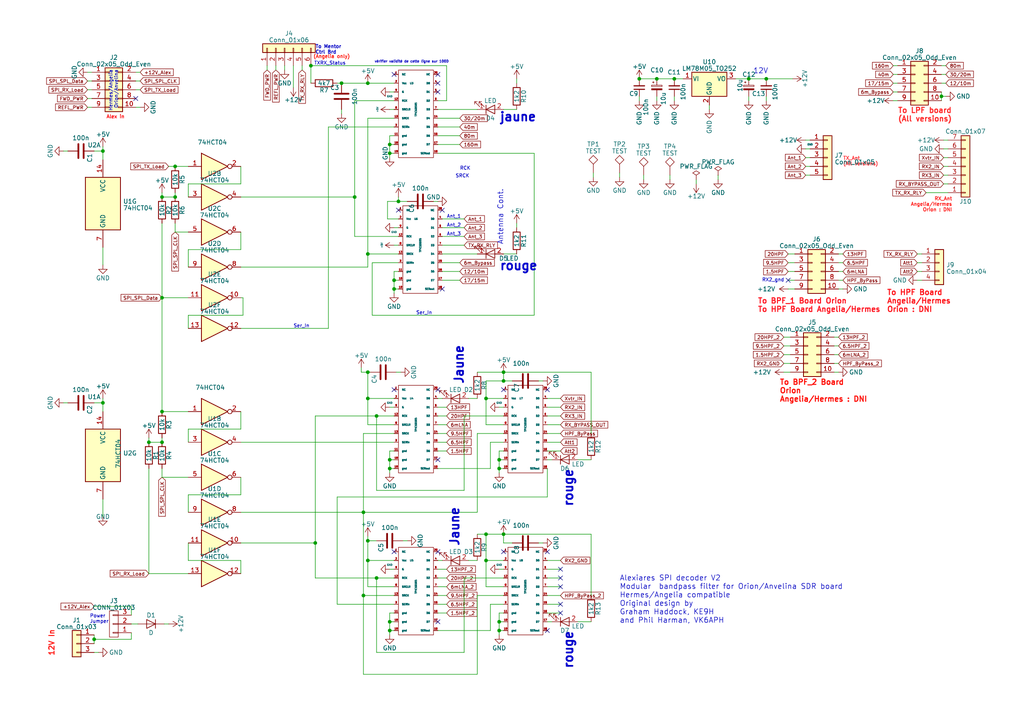
<source format=kicad_sch>
(kicad_sch (version 20230121) (generator eeschema)
  (paper "A4")
  (junction (at 109.22 167.64))
  (junction (at 115.57 58.42))
  (junction (at 106.68 107.95))
  (junction (at 106.68 156.845))
  (junction (at 106.68 24.13))
  (junction (at 29.845 116.84))
  (junction (at 140.97 162.56))
  (junction (at 46.99 128.27))
  (junction (at 91.44 157.48))
  (junction (at 105.41 148.59))
  (junction (at 144.78 180.34))
  (junction (at 27.305 185.42))
  (junction (at 113.03 135.89))
  (junction (at 106.68 73.66))
  (junction (at 185.42 22.86))
  (junction (at 146.05 110.49))
  (junction (at 105.41 172.72))
  (junction (at 114.3 83.82))
  (junction (at 99.06 24.13))
  (junction (at 140.97 154.94))
  (junction (at 46.99 119.38))
  (junction (at 46.99 86.36))
  (junction (at 113.03 44.45))
  (junction (at 109.22 120.65))
  (junction (at 146.05 107.95))
  (junction (at 217.17 22.86))
  (junction (at 140.97 115.57))
  (junction (at 106.68 115.57))
  (junction (at 113.03 182.88))
  (junction (at 114.3 81.28))
  (junction (at 113.03 133.35))
  (junction (at 106.68 162.56))
  (junction (at 190.5 22.86))
  (junction (at 113.03 41.91))
  (junction (at 144.78 182.88))
  (junction (at 113.03 180.34))
  (junction (at 102.87 57.15))
  (junction (at 273.05 27.94))
  (junction (at 222.25 22.86))
  (junction (at 50.8 48.26))
  (junction (at 195.58 22.86))
  (junction (at 144.78 135.89))
  (junction (at 50.8 57.15))
  (junction (at 46.99 57.15))
  (junction (at 29.845 43.815))
  (junction (at 146.05 154.94))
  (junction (at 144.78 133.35))
  (junction (at 90.17 19.05))
  (junction (at 43.18 128.27))
  (no_connect (at 158.75 160.02))
  (no_connect (at 162.56 167.64))
  (no_connect (at 162.56 177.8))
  (no_connect (at 127 133.35))
  (no_connect (at 128.27 83.82))
  (no_connect (at 228.6 81.28))
  (no_connect (at 158.75 182.88))
  (no_connect (at 162.56 165.1))
  (no_connect (at 114.3 21.59))
  (no_connect (at 146.05 113.03))
  (no_connect (at 127 24.13))
  (no_connect (at 162.56 170.18))
  (no_connect (at 115.57 60.96))
  (no_connect (at 162.56 175.26))
  (no_connect (at 127 160.02))
  (no_connect (at 127 21.59))
  (no_connect (at 128.27 60.96))
  (no_connect (at 114.3 160.02))
  (no_connect (at 39.37 28.575))
  (no_connect (at 127 26.67))
  (no_connect (at 114.3 113.03))
  (no_connect (at 127 180.34))
  (no_connect (at 146.05 160.02))
  (no_connect (at 158.75 113.03))
  (no_connect (at 127 113.03))
  (wire (pts (xy 162.56 118.11) (xy 158.75 118.11)))
  (wire (pts (xy 140.97 110.49) (xy 140.97 115.57)))
  (wire (pts (xy 114.935 107.95) (xy 116.205 107.95)))
  (wire (pts (xy 54.61 72.39) (xy 54.61 77.47)))
  (wire (pts (xy 106.68 107.95) (xy 104.775 107.95)))
  (wire (pts (xy 46.99 119.38) (xy 54.61 119.38)))
  (wire (pts (xy 19.685 43.815) (xy 18.415 43.815)))
  (wire (pts (xy 39.37 23.495) (xy 40.64 23.495)))
  (wire (pts (xy 158.75 144.145) (xy 97.79 144.145)))
  (wire (pts (xy 69.85 67.31) (xy 69.85 72.39)))
  (wire (pts (xy 69.85 77.47) (xy 106.68 77.47)))
  (wire (pts (xy 127 182.88) (xy 142.24 182.88)))
  (wire (pts (xy 69.85 95.25) (xy 95.25 95.25)))
  (wire (pts (xy 29.845 42.545) (xy 29.845 43.815)))
  (wire (pts (xy 97.79 144.145) (xy 97.79 175.26)))
  (wire (pts (xy 27.305 185.42) (xy 27.305 186.69)))
  (wire (pts (xy 127 29.21) (xy 129.54 29.21)))
  (wire (pts (xy 97.79 24.13) (xy 99.06 24.13)))
  (wire (pts (xy 274.955 53.34) (xy 273.685 53.34)))
  (wire (pts (xy 54.61 91.44) (xy 54.61 95.25)))
  (wire (pts (xy 69.85 138.43) (xy 69.85 143.51)))
  (wire (pts (xy 85.09 19.05) (xy 85.09 25.4)))
  (wire (pts (xy 114.3 165.1) (xy 113.03 165.1)))
  (wire (pts (xy 273.05 21.59) (xy 274.32 21.59)))
  (wire (pts (xy 38.1 185.42) (xy 38.1 183.515)))
  (wire (pts (xy 160.02 133.35) (xy 158.75 133.35)))
  (wire (pts (xy 114.3 118.11) (xy 113.03 118.11)))
  (wire (pts (xy 133.35 36.83) (xy 127 36.83)))
  (wire (pts (xy 266.065 81.28) (xy 267.335 81.28)))
  (wire (pts (xy 113.03 135.89) (xy 113.03 137.16)))
  (wire (pts (xy 29.845 43.815) (xy 29.845 46.355)))
  (wire (pts (xy 102.87 29.21) (xy 102.87 57.15)))
  (wire (pts (xy 106.68 34.29) (xy 106.68 73.66)))
  (wire (pts (xy 140.97 115.57) (xy 146.05 115.57)))
  (wire (pts (xy 109.22 120.65) (xy 114.3 120.65)))
  (wire (pts (xy 134.62 142.24) (xy 109.22 142.24)))
  (wire (pts (xy 90.17 24.13) (xy 90.17 19.05)))
  (wire (pts (xy 107.95 76.2) (xy 115.57 76.2)))
  (wire (pts (xy 113.03 130.81) (xy 113.03 133.35)))
  (wire (pts (xy 95.25 36.83) (xy 114.3 36.83)))
  (wire (pts (xy 158.75 170.18) (xy 162.56 170.18)))
  (wire (pts (xy 114.3 81.28) (xy 114.3 83.82)))
  (wire (pts (xy 227.33 102.87) (xy 229.235 102.87)))
  (wire (pts (xy 54.61 124.46) (xy 54.61 128.27)))
  (wire (pts (xy 54.61 67.31) (xy 50.8 67.31)))
  (wire (pts (xy 27.305 184.15) (xy 27.305 185.42)))
  (wire (pts (xy 162.56 125.73) (xy 158.75 125.73)))
  (wire (pts (xy 69.85 157.48) (xy 91.44 157.48)))
  (wire (pts (xy 129.54 172.72) (xy 127 172.72)))
  (wire (pts (xy 158.75 128.27) (xy 162.56 128.27)))
  (wire (pts (xy 273.685 48.26) (xy 274.955 48.26)))
  (wire (pts (xy 104.775 106.68) (xy 104.775 107.95)))
  (wire (pts (xy 128.27 68.58) (xy 134.62 68.58)))
  (wire (pts (xy 69.85 143.51) (xy 54.61 143.51)))
  (wire (pts (xy 140.97 162.56) (xy 146.05 162.56)))
  (wire (pts (xy 133.35 39.37) (xy 127 39.37)))
  (wire (pts (xy 259.08 26.67) (xy 260.35 26.67)))
  (wire (pts (xy 129.54 19.05) (xy 90.17 19.05)))
  (wire (pts (xy 195.58 22.86) (xy 190.5 22.86)))
  (wire (pts (xy 146.05 170.18) (xy 140.97 170.18)))
  (wire (pts (xy 46.99 86.36) (xy 46.99 119.38)))
  (wire (pts (xy 146.05 123.19) (xy 140.97 123.19)))
  (wire (pts (xy 201.93 52.07) (xy 201.93 53.34)))
  (wire (pts (xy 91.44 167.64) (xy 109.22 167.64)))
  (wire (pts (xy 133.35 34.29) (xy 127 34.29)))
  (wire (pts (xy 82.55 20.32) (xy 82.55 19.05)))
  (wire (pts (xy 149.86 64.77) (xy 149.86 66.04)))
  (wire (pts (xy 27.305 185.42) (xy 38.1 185.42)))
  (wire (pts (xy 70.485 86.36) (xy 70.485 91.44)))
  (wire (pts (xy 144.78 165.1) (xy 146.05 165.1)))
  (wire (pts (xy 233.68 50.8) (xy 234.95 50.8)))
  (wire (pts (xy 146.05 31.75) (xy 149.86 31.75)))
  (wire (pts (xy 69.85 48.26) (xy 69.85 53.34)))
  (wire (pts (xy 38.1 175.895) (xy 38.1 178.435)))
  (wire (pts (xy 25.4 31.115) (xy 26.67 31.115)))
  (wire (pts (xy 109.22 189.23) (xy 109.22 167.64)))
  (wire (pts (xy 227.33 97.79) (xy 229.235 97.79)))
  (wire (pts (xy 144.78 182.88) (xy 144.78 184.15)))
  (wire (pts (xy 217.17 22.86) (xy 213.36 22.86)))
  (wire (pts (xy 113.03 182.88) (xy 113.03 184.15)))
  (wire (pts (xy 46.99 138.43) (xy 54.61 138.43)))
  (wire (pts (xy 146.05 154.94) (xy 171.45 154.94)))
  (wire (pts (xy 25.4 23.495) (xy 26.67 23.495)))
  (wire (pts (xy 144.78 180.34) (xy 144.78 182.88)))
  (wire (pts (xy 134.62 120.65) (xy 134.62 142.24)))
  (wire (pts (xy 140.97 170.18) (xy 140.97 162.56)))
  (wire (pts (xy 158.75 130.81) (xy 162.56 130.81)))
  (wire (pts (xy 208.28 50.8) (xy 208.28 52.07)))
  (wire (pts (xy 190.5 29.21) (xy 190.5 27.94)))
  (wire (pts (xy 129.54 118.11) (xy 127 118.11)))
  (wire (pts (xy 109.22 156.845) (xy 106.68 156.845)))
  (wire (pts (xy 69.85 57.15) (xy 102.87 57.15)))
  (wire (pts (xy 146.05 177.8) (xy 144.78 177.8)))
  (wire (pts (xy 273.685 50.8) (xy 274.955 50.8)))
  (wire (pts (xy 128.27 71.12) (xy 134.62 71.12)))
  (wire (pts (xy 146.05 172.72) (xy 138.43 172.72)))
  (wire (pts (xy 128.27 162.56) (xy 127 162.56)))
  (wire (pts (xy 156.21 110.49) (xy 157.48 110.49)))
  (wire (pts (xy 129.54 128.27) (xy 127 128.27)))
  (wire (pts (xy 243.205 73.66) (xy 244.475 73.66)))
  (wire (pts (xy 69.85 86.36) (xy 70.485 86.36)))
  (wire (pts (xy 259.08 21.59) (xy 260.35 21.59)))
  (wire (pts (xy 266.065 73.66) (xy 267.335 73.66)))
  (wire (pts (xy 233.68 45.72) (xy 234.95 45.72)))
  (wire (pts (xy 133.35 81.28) (xy 128.27 81.28)))
  (wire (pts (xy 69.85 128.27) (xy 114.3 128.27)))
  (wire (pts (xy 106.68 24.13) (xy 114.3 24.13)))
  (wire (pts (xy 158.75 123.19) (xy 162.56 123.19)))
  (wire (pts (xy 274.955 55.88) (xy 268.605 55.88)))
  (wire (pts (xy 185.42 29.21) (xy 185.42 27.94)))
  (wire (pts (xy 228.6 76.2) (xy 230.505 76.2)))
  (wire (pts (xy 127 44.45) (xy 154.94 44.45)))
  (wire (pts (xy 133.35 78.74) (xy 128.27 78.74)))
  (wire (pts (xy 115.57 78.74) (xy 114.3 78.74)))
  (wire (pts (xy 99.06 24.13) (xy 106.68 24.13)))
  (wire (pts (xy 106.68 107.95) (xy 106.68 115.57)))
  (wire (pts (xy 43.18 135.89) (xy 43.18 166.37)))
  (wire (pts (xy 106.68 155.575) (xy 106.68 156.845)))
  (wire (pts (xy 69.85 162.56) (xy 54.61 162.56)))
  (wire (pts (xy 138.43 154.94) (xy 140.97 154.94)))
  (wire (pts (xy 114.3 162.56) (xy 106.68 162.56)))
  (wire (pts (xy 186.69 50.8) (xy 186.69 52.07)))
  (wire (pts (xy 146.05 110.49) (xy 140.97 110.49)))
  (wire (pts (xy 70.485 91.44) (xy 54.61 91.44)))
  (wire (pts (xy 146.05 107.95) (xy 146.05 110.49)))
  (wire (pts (xy 146.05 154.94) (xy 146.05 157.48)))
  (wire (pts (xy 167.64 180.34) (xy 171.45 180.34)))
  (wire (pts (xy 114.3 180.34) (xy 113.03 180.34)))
  (wire (pts (xy 27.305 189.23) (xy 28.575 189.23)))
  (wire (pts (xy 29.845 116.84) (xy 29.845 119.38)))
  (wire (pts (xy 25.4 26.035) (xy 26.67 26.035)))
  (wire (pts (xy 106.68 34.29) (xy 114.3 34.29)))
  (wire (pts (xy 156.21 157.48) (xy 157.48 157.48)))
  (wire (pts (xy 195.58 29.21) (xy 195.58 27.94)))
  (wire (pts (xy 43.18 166.37) (xy 54.61 166.37)))
  (wire (pts (xy 46.99 86.36) (xy 54.61 86.36)))
  (wire (pts (xy 273.05 27.94) (xy 274.32 27.94)))
  (wire (pts (xy 243.205 81.28) (xy 244.475 81.28)))
  (wire (pts (xy 46.99 57.15) (xy 46.99 55.88)))
  (wire (pts (xy 39.37 26.035) (xy 40.64 26.035)))
  (wire (pts (xy 222.25 29.21) (xy 222.25 27.94)))
  (wire (pts (xy 241.935 105.41) (xy 243.205 105.41)))
  (wire (pts (xy 273.685 40.64) (xy 274.955 40.64)))
  (wire (pts (xy 114.3 39.37) (xy 113.03 39.37)))
  (wire (pts (xy 190.5 22.86) (xy 185.42 22.86)))
  (wire (pts (xy 146.05 125.73) (xy 138.43 125.73)))
  (wire (pts (xy 158.75 135.89) (xy 158.75 144.145)))
  (wire (pts (xy 162.56 162.56) (xy 158.75 162.56)))
  (wire (pts (xy 134.62 167.64) (xy 134.62 189.23)))
  (wire (pts (xy 146.05 180.34) (xy 144.78 180.34)))
  (wire (pts (xy 228.6 78.74) (xy 230.505 78.74)))
  (wire (pts (xy 69.85 148.59) (xy 105.41 148.59)))
  (wire (pts (xy 97.79 175.26) (xy 114.3 175.26)))
  (wire (pts (xy 133.35 41.91) (xy 127 41.91)))
  (wire (pts (xy 129.54 170.18) (xy 127 170.18)))
  (wire (pts (xy 259.08 29.21) (xy 260.35 29.21)))
  (wire (pts (xy 105.41 172.72) (xy 105.41 195.58)))
  (wire (pts (xy 113.03 44.45) (xy 113.03 45.72)))
  (wire (pts (xy 198.12 22.86) (xy 195.58 22.86)))
  (wire (pts (xy 241.935 107.95) (xy 243.205 107.95)))
  (wire (pts (xy 43.18 128.27) (xy 43.18 127)))
  (wire (pts (xy 266.065 78.74) (xy 267.335 78.74)))
  (wire (pts (xy 91.44 120.65) (xy 91.44 157.48)))
  (wire (pts (xy 25.4 20.955) (xy 26.67 20.955)))
  (wire (pts (xy 129.54 177.8) (xy 127 177.8)))
  (wire (pts (xy 48.895 48.26) (xy 50.8 48.26)))
  (wire (pts (xy 115.57 83.82) (xy 114.3 83.82)))
  (wire (pts (xy 38.1 180.975) (xy 40.005 180.975)))
  (wire (pts (xy 129.54 130.81) (xy 127 130.81)))
  (wire (pts (xy 146.05 182.88) (xy 144.78 182.88)))
  (wire (pts (xy 114.3 29.21) (xy 102.87 29.21)))
  (wire (pts (xy 162.56 167.64) (xy 158.75 167.64)))
  (wire (pts (xy 172.085 50.165) (xy 172.085 51.435)))
  (wire (pts (xy 87.63 19.05) (xy 87.63 20.32)))
  (wire (pts (xy 142.24 128.27) (xy 142.24 135.89)))
  (wire (pts (xy 50.8 67.31) (xy 50.8 64.77)))
  (wire (pts (xy 222.25 22.86) (xy 217.17 22.86)))
  (wire (pts (xy 118.11 58.42) (xy 115.57 58.42)))
  (wire (pts (xy 112.395 63.5) (xy 112.395 58.42)))
  (wire (pts (xy 146.05 135.89) (xy 144.78 135.89)))
  (wire (pts (xy 106.68 123.19) (xy 114.3 123.19)))
  (wire (pts (xy 158.75 177.8) (xy 162.56 177.8)))
  (wire (pts (xy 54.61 162.56) (xy 54.61 157.48)))
  (wire (pts (xy 241.935 100.33) (xy 243.205 100.33)))
  (wire (pts (xy 146.05 167.64) (xy 134.62 167.64)))
  (wire (pts (xy 125.73 58.42) (xy 127 58.42)))
  (wire (pts (xy 160.02 180.34) (xy 158.75 180.34)))
  (wire (pts (xy 128.27 66.04) (xy 134.62 66.04)))
  (wire (pts (xy 243.205 78.74) (xy 244.475 78.74)))
  (wire (pts (xy 107.95 91.44) (xy 107.95 76.2)))
  (wire (pts (xy 115.57 81.28) (xy 114.3 81.28)))
  (wire (pts (xy 113.03 39.37) (xy 113.03 41.91)))
  (wire (pts (xy 146.05 175.26) (xy 142.24 175.26)))
  (wire (pts (xy 105.41 125.73) (xy 114.3 125.73)))
  (wire (pts (xy 227.33 100.33) (xy 229.235 100.33)))
  (wire (pts (xy 107.315 107.95) (xy 106.68 107.95)))
  (wire (pts (xy 179.705 50.165) (xy 179.705 51.435)))
  (wire (pts (xy 102.87 68.58) (xy 115.57 68.58)))
  (wire (pts (xy 194.31 50.8) (xy 194.31 52.07)))
  (wire (pts (xy 133.35 76.2) (xy 128.27 76.2)))
  (wire (pts (xy 114.3 130.81) (xy 113.03 130.81)))
  (wire (pts (xy 29.845 144.78) (xy 29.845 149.86)))
  (wire (pts (xy 146.05 128.27) (xy 142.24 128.27)))
  (wire (pts (xy 217.17 29.21) (xy 217.17 27.94)))
  (wire (pts (xy 69.85 124.46) (xy 54.61 124.46)))
  (wire (pts (xy 138.43 73.66) (xy 128.27 73.66)))
  (wire (pts (xy 46.99 128.27) (xy 43.18 128.27)))
  (wire (pts (xy 142.24 175.26) (xy 142.24 182.88)))
  (wire (pts (xy 146.05 107.95) (xy 171.45 107.95)))
  (wire (pts (xy 229.87 22.86) (xy 222.25 22.86)))
  (wire (pts (xy 144.78 135.89) (xy 144.78 137.16)))
  (wire (pts (xy 77.47 19.05) (xy 77.47 20.32)))
  (wire (pts (xy 162.56 165.1) (xy 158.75 165.1)))
  (wire (pts (xy 113.03 177.8) (xy 113.03 180.34)))
  (wire (pts (xy 105.41 125.73) (xy 105.41 148.59)))
  (wire (pts (xy 106.68 170.18) (xy 114.3 170.18)))
  (wire (pts (xy 106.68 162.56) (xy 106.68 170.18)))
  (wire (pts (xy 127 135.89) (xy 142.24 135.89)))
  (wire (pts (xy 113.03 133.35) (xy 113.03 135.89)))
  (wire (pts (xy 129.54 167.64) (xy 127 167.64)))
  (wire (pts (xy 46.99 64.77) (xy 46.99 86.36)))
  (wire (pts (xy 105.41 148.59) (xy 105.41 172.72)))
  (wire (pts (xy 115.57 63.5) (xy 112.395 63.5)))
  (wire (pts (xy 273.05 24.13) (xy 274.32 24.13)))
  (wire (pts (xy 138.43 125.73) (xy 138.43 148.59)))
  (wire (pts (xy 129.54 175.26) (xy 127 175.26)))
  (wire (pts (xy 162.56 172.72) (xy 158.75 172.72)))
  (wire (pts (xy 158.75 175.26) (xy 162.56 175.26)))
  (wire (pts (xy 146.05 120.65) (xy 134.62 120.65)))
  (wire (pts (xy 46.99 138.43) (xy 46.99 135.89)))
  (wire (pts (xy 47.625 180.975) (xy 48.895 180.975)))
  (wire (pts (xy 114.3 78.74) (xy 114.3 81.28)))
  (wire (pts (xy 205.74 30.48) (xy 205.74 31.75)))
  (wire (pts (xy 146.05 73.66) (xy 149.86 73.66)))
  (wire (pts (xy 115.57 66.04) (xy 114.3 66.04)))
  (wire (pts (xy 54.61 143.51) (xy 54.61 148.59)))
  (wire (pts (xy 50.8 57.15) (xy 46.99 57.15)))
  (wire (pts (xy 273.685 43.18) (xy 274.955 43.18)))
  (wire (pts (xy 259.08 24.13) (xy 260.35 24.13)))
  (wire (pts (xy 50.8 48.26) (xy 54.61 48.26)))
  (wire (pts (xy 106.68 156.845) (xy 106.68 162.56)))
  (wire (pts (xy 144.78 118.11) (xy 146.05 118.11)))
  (wire (pts (xy 116.84 156.845) (xy 118.11 156.845)))
  (wire (pts (xy 144.78 177.8) (xy 144.78 180.34)))
  (wire (pts (xy 129.54 123.19) (xy 127 123.19)))
  (wire (pts (xy 46.99 127) (xy 46.99 128.27)))
  (wire (pts (xy 138.43 162.56) (xy 135.89 162.56)))
  (wire (pts (xy 129.54 165.1) (xy 127 165.1)))
  (wire (pts (xy 228.6 81.28) (xy 230.505 81.28)))
  (wire (pts (xy 91.44 120.65) (xy 109.22 120.65)))
  (wire (pts (xy 144.78 130.81) (xy 144.78 133.35)))
  (wire (pts (xy 50.8 55.88) (xy 50.8 57.15)))
  (wire (pts (xy 148.59 157.48) (xy 146.05 157.48)))
  (wire (pts (xy 129.54 120.65) (xy 127 120.65)))
  (wire (pts (xy 114.3 135.89) (xy 113.03 135.89)))
  (wire (pts (xy 233.68 40.64) (xy 234.95 40.64)))
  (wire (pts (xy 114.3 41.91) (xy 113.03 41.91)))
  (wire (pts (xy 266.065 76.2) (xy 267.335 76.2)))
  (wire (pts (xy 134.62 189.23) (xy 109.22 189.23)))
  (wire (pts (xy 138.43 195.58) (xy 105.41 195.58)))
  (wire (pts (xy 106.68 73.66) (xy 115.57 73.66)))
  (wire (pts (xy 154.94 91.44) (xy 107.95 91.44)))
  (wire (pts (xy 69.85 119.38) (xy 69.85 124.46)))
  (wire (pts (xy 128.27 63.5) (xy 134.62 63.5)))
  (wire (pts (xy 69.85 72.39) (xy 54.61 72.39)))
  (wire (pts (xy 273.685 45.72) (xy 274.955 45.72)))
  (wire (pts (xy 243.205 76.2) (xy 244.475 76.2)))
  (wire (pts (xy 227.33 105.41) (xy 229.235 105.41)))
  (wire (pts (xy 113.03 180.34) (xy 113.03 182.88)))
  (wire (pts (xy 129.54 29.21) (xy 129.54 19.05)))
  (wire (pts (xy 29.845 71.755) (xy 29.845 76.835)))
  (wire (pts (xy 138.43 107.95) (xy 146.05 107.95)))
  (wire (pts (xy 95.25 36.83) (xy 95.25 95.25)))
  (wire (pts (xy 273.05 27.94) (xy 273.05 29.21)))
  (wire (pts (xy 115.57 57.15) (xy 115.57 58.42)))
  (wire (pts (xy 241.935 102.87) (xy 243.205 102.87)))
  (wire (pts (xy 162.56 120.65) (xy 158.75 120.65)))
  (wire (pts (xy 54.61 53.34) (xy 54.61 57.15)))
  (wire (pts (xy 241.935 97.79) (xy 243.205 97.79)))
  (wire (pts (xy 112.395 58.42) (xy 115.57 58.42)))
  (wire (pts (xy 148.59 110.49) (xy 146.05 110.49)))
  (wire (pts (xy 109.22 142.24) (xy 109.22 120.65)))
  (wire (pts (xy 138.43 115.57) (xy 135.89 115.57)))
  (wire (pts (xy 171.45 154.94) (xy 171.45 172.72)))
  (wire (pts (xy 144.78 133.35) (xy 144.78 135.89)))
  (wire (pts (xy 91.44 157.48) (xy 91.44 167.64)))
  (wire (pts (xy 154.94 44.45) (xy 154.94 91.44)))
  (wire (pts (xy 138.43 172.72) (xy 138.43 195.58)))
  (wire (pts (xy 102.87 57.15) (xy 102.87 68.58)))
  (wire (pts (xy 128.27 115.57) (xy 127 115.57)))
  (wire (pts (xy 149.86 22.86) (xy 149.86 24.13)))
  (wire (pts (xy 114.3 133.35) (xy 113.03 133.35)))
  (wire (pts (xy 27.305 116.84) (xy 29.845 116.84)))
  (wire (pts (xy 129.54 125.73) (xy 127 125.73)))
  (wire (pts (xy 273.05 26.67) (xy 273.05 27.94)))
  (wire (pts (xy 162.56 115.57) (xy 158.75 115.57)))
  (wire (pts (xy 29.845 115.57) (xy 29.845 116.84)))
  (wire (pts (xy 113.03 41.91) (xy 113.03 44.45)))
  (wire (pts (xy 259.08 19.05) (xy 260.35 19.05)))
  (wire (pts (xy 115.57 71.12) (xy 114.3 71.12)))
  (wire (pts (xy 114.3 177.8) (xy 113.03 177.8)))
  (wire (pts (xy 140.97 154.94) (xy 146.05 154.94)))
  (wire (pts (xy 25.4 28.575) (xy 26.67 28.575)))
  (wire (pts (xy 138.43 31.75) (xy 127 31.75)))
  (wire (pts (xy 243.205 83.82) (xy 244.475 83.82)))
  (wire (pts (xy 146.05 130.81) (xy 144.78 130.81)))
  (wire (pts (xy 19.685 116.84) (xy 18.415 116.84)))
  (wire (pts (xy 140.97 154.94) (xy 140.97 162.56)))
  (wire (pts (xy 171.45 107.95) (xy 171.45 125.73)))
  (wire (pts (xy 105.41 172.72) (xy 114.3 172.72)))
  (wire (pts (xy 39.37 20.955) (xy 40.64 20.955)))
  (wire (pts (xy 228.6 83.82) (xy 230.505 83.82)))
  (wire (pts (xy 228.6 73.66) (xy 230.505 73.66)))
  (wire (pts (xy 27.305 43.815) (xy 29.845 43.815)))
  (wire (pts (xy 273.05 19.05) (xy 274.32 19.05)))
  (wire (pts (xy 114.3 115.57) (xy 106.68 115.57)))
  (wire (pts (xy 109.22 167.64) (xy 114.3 167.64)))
  (wire (pts (xy 69.85 162.56) (xy 69.85 166.37)))
  (wire (pts (xy 106.68 73.66) (xy 106.68 77.47)))
  (wire (pts (xy 114.3 31.75) (xy 113.03 31.75)))
  (wire (pts (xy 69.85 53.34) (xy 54.61 53.34)))
  (wire (pts (xy 138.43 148.59) (xy 105.41 148.59)))
  (wire (pts (xy 80.01 19.05) (xy 80.01 20.32)))
  (wire (pts (xy 167.64 133.35) (xy 171.45 133.35)))
  (wire (pts (xy 106.68 115.57) (xy 106.68 123.19)))
  (wire (pts (xy 114.3 83.82) (xy 114.3 85.09)))
  (wire (pts (xy 233.68 43.18) (xy 234.95 43.18)))
  (wire (pts (xy 99.06 31.75) (xy 99.06 33.02)))
  (wire (pts (xy 27.305 175.895) (xy 38.1 175.895)))
  (wire (pts (xy 114.3 182.88) (xy 113.03 182.88)))
  (wire (pts (xy 146.05 133.35) (xy 144.78 133.35)))
  (wire (pts (xy 227.33 107.95) (xy 229.235 107.95)))
  (wire (pts (xy 114.3 44.45) (xy 113.03 44.45)))
  (wire (pts (xy 140.97 123.19) (xy 140.97 115.57)))
  (wire (pts (xy 114.3 26.67) (xy 113.03 26.67)))
  (wire (pts (xy 39.37 31.115) (xy 40.64 31.115)))
  (wire (pts (xy 233.68 48.26) (xy 234.95 48.26)))
  (text "SRCK\n\n" (at 132.08 53.34 0) (effects (font (size 0.9906 0.9906)) (justify left bottom)))
  (text "To HPF Board\nAngelia/Hermes\nOrion : DNI" (at 257.175 90.805 0) (effects (font (size 1.524 1.524) (thickness 0.3048) bold) (justify left bottom)))
  (text "(Angelia only)" (at 90.805 17.145 0) (effects (font (size 0.9906 0.9906) (thickness 0.1981) bold) (justify left bottom)))
  (text "Jaune" (at 134.62 111.76 90) (effects (font (size 2.54 2.54) (thickness 0.508) bold) (justify left bottom)))
  (text "Ant_1\n" (at 129.54 63.5 0) (effects (font (size 0.9906 0.9906)) (justify left bottom)))
  (text "Antenna Cont." (at 146.05 71.12 90) (effects (font (size 1.524 1.524)) (justify left bottom)))
  (text "To BPF_2 Board\nOrion\nAngelia/Hermes : DNI" (at 226.06 116.84 0) (effects (font (size 1.524 1.524) (thickness 0.3048) bold) (justify left bottom)))
  (text "Ant_3\n" (at 129.54 68.58 0) (effects (font (size 0.9906 0.9906)) (justify left bottom)))
  (text "Power \nJumper" (at 26.035 180.975 0) (effects (font (size 0.9906 0.9906)) (justify left bottom)))
  (text "jaune\n" (at 144.78 35.56 0) (effects (font (size 2.54 2.54) (thickness 0.508) bold) (justify left bottom)))
  (text "rouge\n" (at 166.37 194.31 90) (effects (font (size 2.54 2.54) (thickness 0.508) bold) (justify left bottom)))
  (text "TXRX_Status" (at 100.33 19.05 0) (effects (font (size 0.9906 0.9906)) (justify right bottom)))
  (text "RCK\n" (at 133.35 49.53 0) (effects (font (size 0.9906 0.9906)) (justify left bottom)))
  (text "Ser_In" (at 120.65 91.44 0) (effects (font (size 0.9906 0.9906)) (justify left bottom)))
  (text "To BPF_1 Board Orion\nTo HPF Board Angelia/Hermes" (at 219.71 90.805 0) (effects (font (size 1.524 1.524) (thickness 0.3048) bold) (justify left bottom)))
  (text "RX_Ant\nAngelia/Hermes\nOrion : DNI\n" (at 276.225 61.595 0) (effects (font (size 0.9906 0.9906) (thickness 0.1981) bold) (justify right bottom)))
  (text "Alexiares SPI decoder V2\nModular  bandpass filter for Orion/Anvelina SDR board\nHermes/Angelia compatible\nOriginal design by \nGraham Haddock, KE9H\nand Phil Harman, VK6APH" (at 179.705 180.975 0) (effects (font (size 1.524 1.524)) (justify left bottom)))
  (text "rouge\n" (at 166.37 147.32 90) (effects (font (size 2.54 2.54) (thickness 0.508) bold) (justify left bottom)))
  (text "RX2_gnd" (at 220.98 81.915 0) (effects (font (size 0.9906 0.9906)) (justify left bottom)))
  (text "Jaune" (at 133.35 158.75 90) (effects (font (size 2.54 2.54) (thickness 0.508) bold) (justify left bottom)))
  (text "12V\n" (at 218.44 21.59 0) (effects (font (size 1.524 1.524)) (justify left bottom)))
  (text "TX_Ant\n(All versions)" (at 244.475 48.26 0) (effects (font (size 0.9906 0.9906) (thickness 0.1981) bold) (justify left bottom)))
  (text "12V In" (at 15.875 190.5 90) (effects (font (size 1.524 1.524) (thickness 0.3048) bold) (justify left bottom)))
  (text "Alex in" (at 30.7975 34.6075 0) (effects (font (size 0.9906 0.9906) (thickness 0.1981) bold) (justify left bottom)))
  (text "Hermes/Angelia\nOrion/Anvelina" (at 34.29 20.32 90) (effects (font (size 0.9906 0.9906)) (justify right bottom)))
  (text "vérifier validité de cette ligne sur 100D\n" (at 108.585 18.415 0) (effects (font (size 0.7 0.7)) (justify left bottom)))
  (text "To Mentor\nCtrl Brd\n\n\n" (at 91.44 19.05 0) (effects (font (size 0.9906 0.9906) (thickness 0.1981) bold) (justify left bottom)))
  (text "Ser_In" (at 85.09 95.25 0) (effects (font (size 0.9906 0.9906)) (justify left bottom)))
  (text "Ant_2" (at 129.54 66.04 0) (effects (font (size 0.9906 0.9906)) (justify left bottom)))
  (text "To LPF board\n(All versions)" (at 260.35 35.56 0) (effects (font (size 1.524 1.524) (thickness 0.3048) bold) (justify left bottom)))
  (text "rouge" (at 144.78 78.74 0) (effects (font (size 2.54 2.54) (thickness 0.508) bold) (justify left bottom)))
  (global_label "HPF_ByPass" (shape input) (at 162.56 125.73 0) (effects (font (size 0.9906 0.9906))) (property "Intersheetrefs" "${INTERSHEET_REFS}" (effects hide)))
  (global_label "80m" (shape input) (at 274.32 19.05 0) (effects (font (size 0.9906 0.9906))) (property "Intersheetrefs" "${INTERSHEET_REFS}" (effects hide)))
  (global_label "FWD_PWR" (shape input) (at 25.4 28.575 180) (effects (font (size 0.9906 0.9906))) (property "Intersheetrefs" "${INTERSHEET_REFS}" (effects hide)))
  (global_label "TX_RX_RLY" (shape input) (at 268.605 55.88 180) (effects (font (size 0.9906 0.9906))) (property "Intersheetrefs" "${INTERSHEET_REFS}" (effects hide)))
  (global_label "SPI_RX_Load" (shape input) (at 25.4 26.035 180) (effects (font (size 0.9906 0.9906))) (property "Intersheetrefs" "${INTERSHEET_REFS}" (effects hide)))
  (global_label "RX_BYPASS_OUT" (shape input) (at 162.56 123.19 0) (effects (font (size 0.9906 0.9906))) (property "Intersheetrefs" "${INTERSHEET_REFS}" (effects hide)))
  (global_label "40m" (shape input) (at 259.08 21.59 180) (effects (font (size 0.9906 0.9906))) (property "Intersheetrefs" "${INTERSHEET_REFS}" (effects hide)))
  (global_label "13HPF_2" (shape input) (at 129.54 165.1 0) (effects (font (size 0.9906 0.9906))) (property "Intersheetrefs" "${INTERSHEET_REFS}" (effects hide)))
  (global_label "13HPF" (shape input) (at 129.54 118.11 0) (effects (font (size 0.9906 0.9906))) (property "Intersheetrefs" "${INTERSHEET_REFS}" (effects hide)))
  (global_label "6m_Bypass" (shape input) (at 133.35 76.2 0) (effects (font (size 0.9906 0.9906))) (property "Intersheetrefs" "${INTERSHEET_REFS}" (effects hide)))
  (global_label "REFL_PWR" (shape input) (at 25.4 31.115 180) (effects (font (size 0.9906 0.9906))) (property "Intersheetrefs" "${INTERSHEET_REFS}" (effects hide)))
  (global_label "13HPF" (shape input) (at 244.475 73.66 0) (effects (font (size 0.9906 0.9906))) (property "Intersheetrefs" "${INTERSHEET_REFS}" (effects hide)))
  (global_label "RX2_IN" (shape input) (at 273.685 48.26 180) (effects (font (size 0.9906 0.9906))) (property "Intersheetrefs" "${INTERSHEET_REFS}" (effects hide)))
  (global_label "6.5HPF_2" (shape input) (at 129.54 175.26 0) (effects (font (size 0.9906 0.9906))) (property "Intersheetrefs" "${INTERSHEET_REFS}" (effects hide)))
  (global_label "Ant_1" (shape input) (at 134.62 63.5 0) (effects (font (size 0.9906 0.9906))) (property "Intersheetrefs" "${INTERSHEET_REFS}" (effects hide)))
  (global_label "1.5HPF" (shape input) (at 129.54 130.81 0) (effects (font (size 0.9906 0.9906))) (property "Intersheetrefs" "${INTERSHEET_REFS}" (effects hide)))
  (global_label "20HPF_2" (shape input) (at 129.54 167.64 0) (effects (font (size 0.9906 0.9906))) (property "Intersheetrefs" "${INTERSHEET_REFS}" (effects hide)))
  (global_label "+12V_Alex" (shape input) (at 40.64 20.955 0) (effects (font (size 0.9906 0.9906))) (property "Intersheetrefs" "${INTERSHEET_REFS}" (effects hide)))
  (global_label "9.5HPF_2" (shape input) (at 129.54 172.72 0) (effects (font (size 0.9906 0.9906))) (property "Intersheetrefs" "${INTERSHEET_REFS}" (effects hide)))
  (global_label "SPI_SPL_CLK" (shape input) (at 40.64 23.495 0) (effects (font (size 0.9906 0.9906))) (property "Intersheetrefs" "${INTERSHEET_REFS}" (effects hide)))
  (global_label "6m_Bypass" (shape input) (at 259.08 26.67 180) (effects (font (size 0.9906 0.9906))) (property "Intersheetrefs" "${INTERSHEET_REFS}" (effects hide)))
  (global_label "30/20m" (shape input) (at 274.32 21.59 0) (effects (font (size 0.9906 0.9906))) (property "Intersheetrefs" "${INTERSHEET_REFS}" (effects hide)))
  (global_label "SPI_RX_Load" (shape input) (at 43.18 166.37 180) (effects (font (size 0.9906 0.9906))) (property "Intersheetrefs" "${INTERSHEET_REFS}" (effects hide)))
  (global_label "1.5HPF" (shape input) (at 228.6 78.74 180) (effects (font (size 0.9906 0.9906))) (property "Intersheetrefs" "${INTERSHEET_REFS}" (effects hide)))
  (global_label "Xvtr_IN" (shape input) (at 162.56 115.57 0) (effects (font (size 0.9906 0.9906))) (property "Intersheetrefs" "${INTERSHEET_REFS}" (effects hide)))
  (global_label "6mLNA_2" (shape input) (at 129.54 170.18 0) (effects (font (size 0.9906 0.9906))) (property "Intersheetrefs" "${INTERSHEET_REFS}" (effects hide)))
  (global_label "SPI_SPL_Data" (shape input) (at 46.99 86.36 180) (effects (font (size 0.9906 0.9906))) (property "Intersheetrefs" "${INTERSHEET_REFS}" (effects hide)))
  (global_label "6mLNA_2" (shape input) (at 243.205 102.87 0) (effects (font (size 0.9906 0.9906))) (property "Intersheetrefs" "${INTERSHEET_REFS}" (effects hide)))
  (global_label "RX_BYPASS_OUT" (shape input) (at 273.685 53.34 180) (effects (font (size 0.9906 0.9906))) (property "Intersheetrefs" "${INTERSHEET_REFS}" (effects hide)))
  (global_label "Att2" (shape input) (at 266.065 78.74 180) (effects (font (size 0.9906 0.9906))) (property "Intersheetrefs" "${INTERSHEET_REFS}" (effects hide)))
  (global_label "RX3_IN" (shape input) (at 162.56 120.65 0) (effects (font (size 0.9906 0.9906))) (property "Intersheetrefs" "${INTERSHEET_REFS}" (effects hide)))
  (global_label "+12V_Alex" (shape input) (at 27.305 175.895 180) (effects (font (size 0.9906 0.9906))) (property "Intersheetrefs" "${INTERSHEET_REFS}" (effects hide)))
  (global_label "SPI_SPL_Data" (shape input) (at 25.4 23.495 180) (effects (font (size 0.9906 0.9906))) (property "Intersheetrefs" "${INTERSHEET_REFS}" (effects hide)))
  (global_label "RX2_GND" (shape input) (at 227.33 105.41 180) (effects (font (size 0.9906 0.9906))) (property "Intersheetrefs" "${INTERSHEET_REFS}" (effects hide)))
  (global_label "Xvtr_IN" (shape input) (at 273.685 45.72 180) (effects (font (size 0.9906 0.9906))) (property "Intersheetrefs" "${INTERSHEET_REFS}" (effects hide)))
  (global_label "Ant_3" (shape input) (at 134.62 68.58 0) (effects (font (size 0.9906 0.9906))) (property "Intersheetrefs" "${INTERSHEET_REFS}" (effects hide)))
  (global_label "Ant_3" (shape input) (at 233.68 50.8 180) (effects (font (size 0.9906 0.9906))) (property "Intersheetrefs" "${INTERSHEET_REFS}" (effects hide)))
  (global_label "RX2_GND" (shape input) (at 162.56 162.56 0) (effects (font (size 0.9906 0.9906))) (property "Intersheetrefs" "${INTERSHEET_REFS}" (effects hide)))
  (global_label "TX_RX_RLY" (shape input) (at 134.62 71.12 0) (effects (font (size 0.9906 0.9906))) (property "Intersheetrefs" "${INTERSHEET_REFS}" (effects hide)))
  (global_label "Att2" (shape input) (at 162.56 130.81 0) (effects (font (size 0.9906 0.9906))) (property "Intersheetrefs" "${INTERSHEET_REFS}" (effects hide)))
  (global_label "Att1" (shape input) (at 266.065 76.2 180) (effects (font (size 0.9906 0.9906))) (property "Intersheetrefs" "${INTERSHEET_REFS}" (effects hide)))
  (global_label "80m" (shape input) (at 133.35 39.37 0) (effects (font (size 0.9906 0.9906))) (property "Intersheetrefs" "${INTERSHEET_REFS}" (effects hide)))
  (global_label "Ant_1" (shape input) (at 233.68 45.72 180) (effects (font (size 0.9906 0.9906))) (property "Intersheetrefs" "${INTERSHEET_REFS}" (effects hide)))
  (global_label "12/10m" (shape input) (at 274.32 24.13 0) (effects (font (size 0.9906 0.9906))) (property "Intersheetrefs" "${INTERSHEET_REFS}" (effects hide)))
  (global_label "12/10m" (shape input) (at 133.35 78.74 0) (effects (font (size 0.9906 0.9906))) (property "Intersheetrefs" "${INTERSHEET_REFS}" (effects hide)))
  (global_label "RX3_IN" (shape input) (at 273.685 50.8 180) (effects (font (size 0.9906 0.9906))) (property "Intersheetrefs" "${INTERSHEET_REFS}" (effects hide)))
  (global_label "40m" (shape input) (at 133.35 36.83 0) (effects (font (size 0.9906 0.9906))) (property "Intersheetrefs" "${INTERSHEET_REFS}" (effects hide)))
  (global_label "20HPF" (shape input) (at 129.54 120.65 0) (effects (font (size 0.9906 0.9906))) (property "Intersheetrefs" "${INTERSHEET_REFS}" (effects hide)))
  (global_label "FWD_PWR" (shape input) (at 77.47 20.32 270) (effects (font (size 0.9906 0.9906))) (property "Intersheetrefs" "${INTERSHEET_REFS}" (effects hide)))
  (global_label "REFL_PWR" (shape input) (at 80.01 20.32 270) (effects (font (size 0.9906 0.9906))) (property "Intersheetrefs" "${INTERSHEET_REFS}" (effects hide)))
  (global_label "1.5HPF_2" (shape input) (at 129.54 177.8 0) (effects (font (size 0.9906 0.9906))) (property "Intersheetrefs" "${INTERSHEET_REFS}" (effects hide)))
  (global_label "Ant_2" (shape input) (at 233.68 48.26 180) (effects (font (size 0.9906 0.9906))) (property "Intersheetrefs" "${INTERSHEET_REFS}" (effects hide)))
  (global_label "6mLNA" (shape input) (at 129.54 123.19 0) (effects (font (size 0.9906 0.9906))) (property "Intersheetrefs" "${INTERSHEET_REFS}" (effects hide)))
  (global_label "HPF_ByPass_2" (shape input) (at 162.56 172.72 0) (effects (font (size 0.9906 0.9906))) (property "Intersheetrefs" "${INTERSHEET_REFS}" (effects hide)))
  (global_label "SPI_SPL_CLK" (shape input) (at 50.8 67.31 270) (effects (font (size 0.9906 0.9906))) (property "Intersheetrefs" "${INTERSHEET_REFS}" (effects hide)))
  (global_label "6.5HPF_2" (shape input) (at 243.205 100.33 0) (effects (font (size 0.9906 0.9906))) (property "Intersheetrefs" "${INTERSHEET_REFS}" (effects hide)))
  (global_label "6.5HPF" (shape input) (at 129.54 128.27 0) (effects (font (size 0.9906 0.9906))) (property "Intersheetrefs" "${INTERSHEET_REFS}" (effects hide)))
  (global_label "9.5HPF_2" (shape input) (at 227.33 100.33 180) (effects (font (size 0.9906 0.9906))) (property "Intersheetrefs" "${INTERSHEET_REFS}" (effects hide)))
  (global_label "160m" (shape input) (at 259.08 19.05 180) (effects (font (size 0.9906 0.9906))) (property "Intersheetrefs" "${INTERSHEET_REFS}" (effects hide)))
  (global_label "TX_RX_RLY" (shape input) (at 87.63 20.32 270) (effects (font (size 0.9906 0.9906))) (property "Intersheetrefs" "${INTERSHEET_REFS}" (effects hide)))
  (global_label "Ant_2" (shape input) (at 134.62 66.04 0) (effects (font (size 0.9906 0.9906))) (property "Intersheetrefs" "${INTERSHEET_REFS}" (effects hide)))
  (global_label "RX2_IN" (shape input) (at 162.56 118.11 0) (effects (font (size 0.9906 0.9906))) (property "Intersheetrefs" "${INTERSHEET_REFS}" (effects hide)))
  (global_label "17/15m" (shape input) (at 133.35 81.28 0) (effects (font (size 0.9906 0.9906))) (property "Intersheetrefs" "${INTERSHEET_REFS}" (effects hide)))
  (global_label "20HPF" (shape input) (at 228.6 73.66 180) (effects (font (size 0.9906 0.9906))) (property "Intersheetrefs" "${INTERSHEET_REFS}" (effects hide)))
  (global_label "20HPF_2" (shape input) (at 227.33 97.79 180) (effects (font (size 0.9906 0.9906))) (property "Intersheetrefs" "${INTERSHEET_REFS}" (effects hide)))
  (global_label "9.5HPF" (shape input) (at 228.6 76.2 180) (effects (font (size 0.9906 0.9906))) (property "Intersheetrefs" "${INTERSHEET_REFS}" (effects hide)))
  (global_label "6mLNA" (shape input) (at 244.475 78.74 0) (effects (font (size 0.9906 0.9906))) (property "Intersheetrefs" "${INTERSHEET_REFS}" (effects hide)))
  (global_label "SPI_TX_Load" (shape input) (at 40.64 26.035 0) (effects (font (size 0.9906 0.9906))) (property "Intersheetrefs" "${INTERSHEET_REFS}" (effects hide)))
  (global_label "13HPF_2" (shape input) (at 243.205 97.79 0) (effects (font (size 0.9906 0.9906))) (property "Intersheetrefs" "${INTERSHEET_REFS}" (effects hide)))
  (global_label "TX_RX_RLY" (shape input) (at 266.065 73.66 180) (effects (font (size 0.9906 0.9906))) (property "Intersheetrefs" "${INTERSHEET_REFS}" (effects hide)))
  (global_label "17/15m" (shape input) (at 259.08 24.13 180) (effects (font (size 0.9906 0.9906))) (property "Intersheetrefs" "${INTERSHEET_REFS}" (effects hide)))
  (global_label "30/20m" (shape input) (at 133.35 34.29 0) (effects (font (size 0.9906 0.9906))) (property "Intersheetrefs" "${INTERSHEET_REFS}" (effects hide)))
  (global_label "SPI_SPL_CLK" (shape input) (at 46.99 138.43 270) (effects (font (size 0.9906 0.9906))) (property "Intersheetrefs" "${INTERSHEET_REFS}" (effects hide)))
  (global_label "HPF_ByPass_2" (shape input) (at 243.205 105.41 0) (effects (font (size 0.9906 0.9906))) (property "Intersheetrefs" "${INTERSHEET_REFS}" (effects hide)))
  (global_label "6.5HPF" (shape input) (at 244.475 76.2 0) (effects (font (size 0.9906 0.9906))) (property "Intersheetrefs" "${INTERSHEET_REFS}" (effects hide)))
  (global_label "160m" (shape input) (at 133.35 41.91 0) (effects (font (size 0.9906 0.9906))) (property "Intersheetrefs" "${INTERSHEET_REFS}" (effects hide)))
  (global_label "1.5HPF_2" (shape input) (at 227.33 102.87 180) (effects (font (size 0.9906 0.9906))) (property "Intersheetrefs" "${INTERSHEET_REFS}" (effects hide)))
  (global_label "9.5HPF" (shape input) (at 129.54 125.73 0) (effects (font (size 0.9906 0.9906))) (property "Intersheetrefs" "${INTERSHEET_REFS}" (effects hide)))
  (global_label "Att1" (shape input) (at 162.56 128.27 0) (effects (font (size 0.9906 0.9906))) (property "Intersheetrefs" "${INTERSHEET_REFS}" (effects hide)))
  (global_label "HPF_ByPass" (shape input) (at 244.475 81.28 0) (effects (font (size 0.9906 0.9906))) (property "Intersheetrefs" "${INTERSHEET_REFS}" (effects hide)))
  (global_label "SPI_TX_Load" (shape input) (at 48.895 48.26 180) (effects (font (size 0.9906 0.9906))) (property "Intersheetrefs" "${INTERSHEET_REFS}" (effects hide)))
  (symbol (lib_id "Alexandrie-rescue:R") (at 50.8 52.07 0) (unit 1)
    (property "Reference" "R5" (at 52.832 52.07 90))
    (property "Value" "10k" (at 50.8 52.07 90))
    (property "Footprint" "Resistor_SMD:R_0805_2012Metric_Pad1.20x1.40mm_HandSolder" (effects hide))
  )
  (symbol (lib_id "Alexandrie-rescue:R") (at 50.8 60.96 0) (unit 1)
    (property "Reference" "R6" (at 52.832 60.96 90))
    (property "Value" "10k" (at 50.8 60.96 90))
    (property "Footprint" "Resistor_SMD:R_0805_2012Metric_Pad1.20x1.40mm_HandSolder" (effects hide))
  )
  (symbol (lib_id "Alexandrie-rescue:R") (at 46.99 60.96 0) (unit 1)
    (property "Reference" "R2" (at 49.022 60.96 90))
    (property "Value" "10k" (at 46.99 60.96 90))
    (property "Footprint" "Resistor_SMD:R_0805_2012Metric_Pad1.20x1.40mm_HandSolder" (effects hide))
  )
  (symbol (lib_id "Alexandrie-rescue:GND") (at 208.28 52.07 0) (unit 1)
    (property "Reference" "#PWR054" (effects hide))
    (property "Value" "GND" (at 208.28 55.88 0))
  )
  (symbol (lib_id "Alexandrie-rescue:GND") (at 82.55 20.32 0) (unit 1)
    (property "Reference" "#PWR013" (effects hide))
    (property "Value" "GND" (at 82.55 24.13 0))
  )
  (symbol (lib_id "Alexandrie-rescue:+12V") (at 85.09 25.4 180) (unit 1)
    (property "Reference" "#PWR014" (effects hide))
    (property "Value" "+12V" (at 85.09 28.956 0))
  )
  (symbol (lib_id "Alexandrie-rescue:GND") (at 29.845 76.835 0) (unit 1)
    (property "Reference" "#PWR06" (effects hide))
    (property "Value" "GND" (at 29.845 80.645 0))
  )
  (symbol (lib_id "Alexandrie-rescue:+5V") (at 29.845 42.545 0) (unit 1)
    (property "Reference" "#PWR05" (effects hide))
    (property "Value" "+5V" (at 29.845 38.989 0))
  )
  (symbol (lib_id "Alexandrie-rescue:C") (at 23.495 43.815 270) (unit 1)
    (property "Reference" "C1" (at 26.035 44.45 0) (effects (justify left)))
    (property "Value" "100n" (at 20.955 40.005 90) (effects (justify left)))
    (property "Footprint" "Capacitor_SMD:C_0805_2012Metric_Pad1.18x1.45mm_HandSolder" (effects hide))
  )
  (symbol (lib_id "Alexandrie-rescue:GND") (at 18.415 43.815 270) (unit 1)
    (property "Reference" "#PWR01" (effects hide))
    (property "Value" "GND" (at 14.605 43.815 0))
  )
  (symbol (lib_id "Alexandrie-rescue:R") (at 46.99 123.19 0) (unit 1)
    (property "Reference" "R3" (at 49.022 123.19 90))
    (property "Value" "10k" (at 46.99 123.19 90))
    (property "Footprint" "Resistor_SMD:R_0805_2012Metric_Pad1.20x1.40mm_HandSolder" (effects hide))
  )
  (symbol (lib_id "Alexandrie-rescue:R") (at 46.99 132.08 0) (unit 1)
    (property "Reference" "R4" (at 49.022 132.08 90))
    (property "Value" "10k" (at 46.99 132.08 90))
    (property "Footprint" "Resistor_SMD:R_0805_2012Metric_Pad1.20x1.40mm_HandSolder" (effects hide))
  )
  (symbol (lib_id "Alexandrie-rescue:GND") (at 29.845 149.86 0) (unit 1)
    (property "Reference" "#PWR08" (effects hide))
    (property "Value" "GND" (at 29.845 149.86 0))
  )
  (symbol (lib_id "Alexandrie-rescue:+5V") (at 29.845 115.57 0) (unit 1)
    (property "Reference" "#PWR07" (effects hide))
    (property "Value" "+5V" (at 29.845 112.014 0))
  )
  (symbol (lib_id "Alexandrie-rescue:C") (at 23.495 116.84 270) (unit 1)
    (property "Reference" "C2" (at 26.035 117.475 0) (effects (justify left)))
    (property "Value" "100n" (at 20.955 113.03 90) (effects (justify left)))
    (property "Footprint" "Capacitor_SMD:C_0805_2012Metric_Pad1.18x1.45mm_HandSolder" (effects hide))
  )
  (symbol (lib_id "Alexandrie-rescue:GND") (at 18.415 116.84 270) (unit 1)
    (property "Reference" "#PWR02" (effects hide))
    (property "Value" "GND" (at 14.605 116.84 0))
  )
  (symbol (lib_id "Alexandrie-rescue:R") (at 43.18 132.08 0) (unit 1)
    (property "Reference" "R1" (at 45.212 132.08 90))
    (property "Value" "10k" (at 43.18 132.08 90))
    (property "Footprint" "Resistor_SMD:R_0805_2012Metric_Pad1.20x1.40mm_HandSolder" (effects hide))
  )
  (symbol (lib_id "Alexandrie-rescue:+5V") (at 43.18 127 0) (unit 1)
    (property "Reference" "#PWR010" (effects hide))
    (property "Value" "+5V" (at 43.18 123.444 0))
  )
  (symbol (lib_id "Alexandrie-rescue:GND") (at 113.03 137.16 0) (unit 1)
    (property "Reference" "#PWR023" (effects hide))
    (property "Value" "GND" (at 113.03 140.97 0))
  )
  (symbol (lib_id "Alexandrie-rescue:GND") (at 144.78 137.16 0) (unit 1)
    (property "Reference" "#PWR034" (effects hide))
    (property "Value" "GND" (at 144.78 140.97 0))
  )
  (symbol (lib_id "Alexandrie-rescue:+5V") (at 104.775 106.68 0) (mirror y) (unit 1)
    (property "Reference" "#PWR016" (effects hide))
    (property "Value" "+5V" (at 104.775 103.124 0))
  )
  (symbol (lib_id "Alexandrie-rescue:C") (at 111.125 107.95 90) (mirror x) (unit 1)
    (property "Reference" "C4" (at 108.585 108.585 0) (effects (justify left)))
    (property "Value" "100n" (at 113.665 104.14 90) (effects (justify left)))
    (property "Footprint" "Capacitor_SMD:C_0805_2012Metric_Pad1.18x1.45mm_HandSolder" (effects hide))
  )
  (symbol (lib_id "Alexandrie-rescue:GND") (at 116.205 107.95 90) (mirror x) (unit 1)
    (property "Reference" "#PWR030" (effects hide))
    (property "Value" "GND" (at 120.015 107.95 0))
  )
  (symbol (lib_id "Alexandrie-rescue:+5V") (at 146.05 107.95 0) (mirror y) (unit 1)
    (property "Reference" "#PWR037" (effects hide))
    (property "Value" "+5V" (at 146.05 104.394 0))
  )
  (symbol (lib_id "Alexandrie-rescue:C") (at 152.4 110.49 90) (mirror x) (unit 1)
    (property "Reference" "C7" (at 149.86 111.125 0) (effects (justify left)))
    (property "Value" "100n" (at 153.67 105.41 90) (effects (justify left)))
    (property "Footprint" "Capacitor_SMD:C_0805_2012Metric_Pad1.18x1.45mm_HandSolder" (effects hide))
  )
  (symbol (lib_id "Alexandrie-rescue:GND") (at 157.48 110.49 90) (mirror x) (unit 1)
    (property "Reference" "#PWR041" (effects hide))
    (property "Value" "GND" (at 161.29 110.49 0))
  )
  (symbol (lib_id "Alexandrie-rescue:GND") (at 113.03 118.11 270) (unit 1)
    (property "Reference" "#PWR022" (effects hide))
    (property "Value" "GND" (at 113.03 116.84 90) (effects (font (size 0.508 0.508))))
  )
  (symbol (lib_id "Alexandrie-rescue:GND") (at 144.78 118.11 270) (unit 1)
    (property "Reference" "#PWR033" (effects hide))
    (property "Value" "GND" (at 144.78 116.84 90) (effects (font (size 0.508 0.508))))
  )
  (symbol (lib_id "Alexandrie-rescue:LED") (at 132.08 115.57 0) (mirror x) (unit 1)
    (property "Reference" "D2" (at 135.89 113.03 0))
    (property "Value" "LED" (at 132.08 113.03 0))
    (property "Footprint" "LED_SMD:LED_1206_3216Metric_Pad1.42x1.75mm_HandSolder" (effects hide))
  )
  (symbol (lib_id "Alexandrie-rescue:R") (at 138.43 111.76 0) (unit 1)
    (property "Reference" "R8" (at 140.462 111.76 90))
    (property "Value" "1k2" (at 138.43 111.76 90))
    (property "Footprint" "Resistor_SMD:R_0805_2012Metric_Pad1.20x1.40mm_HandSolder" (effects hide))
  )
  (symbol (lib_id "Alexandrie-rescue:LED") (at 163.83 133.35 0) (mirror x) (unit 1)
    (property "Reference" "D6" (at 163.83 135.89 0))
    (property "Value" "LED" (at 167.64 134.62 0))
    (property "Footprint" "LED_SMD:LED_1206_3216Metric_Pad1.42x1.75mm_HandSolder" (effects hide))
  )
  (symbol (lib_id "Alexandrie-rescue:R") (at 171.45 129.54 0) (unit 1)
    (property "Reference" "R12" (at 173.482 129.54 90))
    (property "Value" "1k2" (at 171.45 129.54 90))
    (property "Footprint" "Resistor_SMD:R_0805_2012Metric_Pad1.20x1.40mm_HandSolder" (effects hide))
  )
  (symbol (lib_id "Alexandrie-rescue:CP_Small") (at 190.5 25.4 0) (unit 1)
    (property "Reference" "C10" (at 188.595 20.32 0) (effects (justify left)))
    (property "Value" "10u" (at 192.405 30.48 90) (effects (justify left)))
    (property "Footprint" "Capacitor_Tantalum_SMD:CP_EIA-3528-12_Kemet-T_Pad1.50x2.35mm_HandSolder" (effects hide))
  )
  (symbol (lib_id "Alexandrie-rescue:C_Small") (at 195.58 25.4 180) (unit 1)
    (property "Reference" "C11" (at 197.485 20.955 0) (effects (justify left)))
    (property "Value" "100n" (at 198.12 24.13 90) (effects (justify left)))
    (property "Footprint" "Capacitor_SMD:C_0805_2012Metric_Pad1.18x1.45mm_HandSolder" (effects hide))
  )
  (symbol (lib_id "Alexandrie-rescue:CP_Small") (at 217.17 25.4 0) (unit 1)
    (property "Reference" "C12" (at 215.265 21.59 0) (effects (justify left)))
    (property "Value" "10u" (at 214.63 26.67 90) (effects (justify left)))
    (property "Footprint" "Capacitor_Tantalum_SMD:CP_EIA-3528-12_Kemet-T_Pad1.50x2.35mm_HandSolder" (effects hide))
  )
  (symbol (lib_id "Alexandrie-rescue:C_Small") (at 222.25 25.4 180) (unit 1)
    (property "Reference" "C13" (at 221.996 27.178 0) (effects (justify left)))
    (property "Value" "100n" (at 224.79 24.13 90) (effects (justify left)))
    (property "Footprint" "Capacitor_SMD:C_0805_2012Metric_Pad1.18x1.45mm_HandSolder" (effects hide))
  )
  (symbol (lib_id "Alexandrie-rescue:C_Small") (at 185.42 25.4 180) (unit 1)
    (property "Reference" "C9" (at 185.166 27.178 0) (effects (justify left)))
    (property "Value" "100n" (at 187.325 28.575 90) (effects (justify left)))
    (property "Footprint" "Capacitor_SMD:C_0805_2012Metric_Pad1.18x1.45mm_HandSolder" (effects hide))
  )
  (symbol (lib_id "Alexandrie-rescue:GND") (at 222.25 29.21 0) (unit 1)
    (property "Reference" "#PWR056" (effects hide))
    (property "Value" "GND" (at 222.25 34.29 90))
  )
  (symbol (lib_id "Alexandrie-rescue:GND") (at 195.58 29.21 0) (unit 1)
    (property "Reference" "#PWR050" (effects hide))
    (property "Value" "GND" (at 195.58 34.29 90))
  )
  (symbol (lib_id "Alexandrie-rescue:GND") (at 190.5 29.21 0) (unit 1)
    (property "Reference" "#PWR048" (effects hide))
    (property "Value" "GND" (at 190.5 34.29 90))
  )
  (symbol (lib_id "Alexandrie-rescue:GND") (at 185.42 29.21 0) (unit 1)
    (property "Reference" "#PWR046" (effects hide))
    (property "Value" "GND" (at 185.42 34.29 90))
  )
  (symbol (lib_id "Alexandrie-rescue:GND") (at 205.74 31.75 0) (unit 1)
    (property "Reference" "#PWR053" (effects hide))
    (property "Value" "GND" (at 205.74 36.83 90))
  )
  (symbol (lib_id "Alexandrie-rescue:GND") (at 217.17 29.21 0) (unit 1)
    (property "Reference" "#PWR055" (effects hide))
    (property "Value" "GND" (at 217.17 34.29 90))
  )
  (symbol (lib_id "Alexandrie-rescue:+12V") (at 259.08 29.21 90) (unit 1)
    (property "Reference" "#PWR064" (effects hide))
    (property "Value" "+12V" (at 254 29.21 90))
  )
  (symbol (lib_id "Alexandrie-rescue:GND") (at 274.32 27.94 90) (unit 1)
    (property "Reference" "#PWR068" (effects hide))
    (property "Value" "GND" (at 279.4 27.94 90))
  )
  (symbol (lib_id "Alexandrie-rescue:+5V") (at 115.57 57.15 0) (mirror y) (unit 1)
    (property "Reference" "#PWR029" (effects hide))
    (property "Value" "+5V" (at 115.57 53.594 0))
  )
  (symbol (lib_id "Alexandrie-rescue:C") (at 121.92 58.42 90) (mirror x) (unit 1)
    (property "Reference" "C6" (at 119.38 59.055 0) (effects (justify left)))
    (property "Value" "100n" (at 124.46 54.61 90) (effects (justify left)))
    (property "Footprint" "Capacitor_SMD:C_0805_2012Metric_Pad1.18x1.45mm_HandSolder" (effects hide))
  )
  (symbol (lib_id "Alexandrie-rescue:GND") (at 127 58.42 90) (mirror x) (unit 1)
    (property "Reference" "#PWR032" (effects hide))
    (property "Value" "GND" (at 125.73 57.15 90))
  )
  (symbol (lib_id "Alexandrie-rescue:+5V") (at 106.68 24.13 0) (mirror y) (unit 1)
    (property "Reference" "#PWR017" (effects hide))
    (property "Value" "+5V" (at 106.68 20.574 0))
  )
  (symbol (lib_id "Alexandrie-rescue:LED") (at 142.24 73.66 0) (mirror x) (unit 1)
    (property "Reference" "D5" (at 146.05 74.93 0))
    (property "Value" "LED" (at 148.59 74.93 0))
    (property "Footprint" "LED_SMD:LED_1206_3216Metric_Pad1.42x1.75mm_HandSolder" (effects hide))
  )
  (symbol (lib_id "Alexandrie-rescue:R") (at 149.86 69.85 0) (unit 1)
    (property "Reference" "R11" (at 151.892 69.85 90))
    (property "Value" "1k2" (at 149.86 69.85 90))
    (property "Footprint" "Resistor_SMD:R_0805_2012Metric_Pad1.20x1.40mm_HandSolder" (effects hide))
  )
  (symbol (lib_id "Alexandrie-rescue:+5V") (at 149.86 64.77 0) (mirror y) (unit 1)
    (property "Reference" "#PWR040" (effects hide))
    (property "Value" "+5V" (at 149.86 61.214 0))
  )
  (symbol (lib_id "Alexandrie-rescue:LED") (at 142.24 31.75 0) (mirror x) (unit 1)
    (property "Reference" "D4" (at 142.24 34.29 0))
    (property "Value" "LED" (at 142.24 29.21 0))
    (property "Footprint" "LED_SMD:LED_1206_3216Metric_Pad1.42x1.75mm_HandSolder" (effects hide))
  )
  (symbol (lib_id "Alexandrie-rescue:R") (at 149.86 27.94 0) (unit 1)
    (property "Reference" "R10" (at 151.892 27.94 90))
    (property "Value" "1k2" (at 149.86 27.94 90))
    (property "Footprint" "Resistor_SMD:R_0805_2012Metric_Pad1.20x1.40mm_HandSolder" (effects hide))
  )
  (symbol (lib_id "Alexandrie-rescue:+5V") (at 149.86 22.86 0) (mirror y) (unit 1)
    (property "Reference" "#PWR039" (effects hide))
    (property "Value" "+5V" (at 149.86 19.304 0))
  )
  (symbol (lib_id "Alexandrie-rescue:GND") (at 113.03 45.72 0) (unit 1)
    (property "Reference" "#PWR021" (effects hide))
    (property "Value" "GND" (at 111.76 44.45 90))
  )
  (symbol (lib_id "Alexandrie-rescue:GND") (at 114.3 85.09 0) (unit 1)
    (property "Reference" "#PWR028" (effects hide))
    (property "Value" "GND" (at 114.3 88.9 0))
  )
  (symbol (lib_id "Alexandrie-rescue:GND") (at 114.3 66.04 270) (unit 1)
    (property "Reference" "#PWR026" (effects hide))
    (property "Value" "GND" (at 114.3 67.31 90) (effects (font (size 0.508 0.508))))
  )
  (symbol (lib_id "Alexandrie-rescue:GND") (at 113.03 26.67 270) (unit 1)
    (property "Reference" "#PWR019" (effects hide))
    (property "Value" "GND" (at 113.03 27.94 90) (effects (font (size 0.508 0.508))))
  )
  (symbol (lib_id "Alexandrie-rescue:+5V") (at 114.3 71.12 90) (mirror x) (unit 1)
    (property "Reference" "#PWR027" (effects hide))
    (property "Value" "+5V" (at 110.744 71.12 0) (effects (font (size 0.508 0.508))))
  )
  (symbol (lib_id "Alexandrie-rescue:+5V") (at 113.03 31.75 90) (mirror x) (unit 1)
    (property "Reference" "#PWR020" (effects hide))
    (property "Value" "+5V" (at 109.474 31.75 0) (effects (font (size 0.508 0.508))))
  )
  (symbol (lib_id "Alexandrie-rescue:R") (at 93.98 24.13 270) (unit 1)
    (property "Reference" "R7" (at 93.98 26.162 90))
    (property "Value" "4k7" (at 93.98 24.13 90))
    (property "Footprint" "Resistor_SMD:R_0805_2012Metric_Pad1.20x1.40mm_HandSolder" (effects hide))
  )
  (symbol (lib_id "Alexandrie-rescue:PWR_FLAG") (at 208.28 50.8 0) (unit 1)
    (property "Reference" "#FLG02" (effects hide))
    (property "Value" "PWR_FLAG" (at 208.28 46.99 0))
  )
  (symbol (lib_id "Alexandrie-rescue:C") (at 99.06 27.94 0) (mirror y) (unit 1)
    (property "Reference" "C3" (at 98.425 25.4 0) (effects (justify left)))
    (property "Value" "100n" (at 102.87 30.48 90) (effects (justify left)))
    (property "Footprint" "Capacitor_SMD:C_0805_2012Metric_Pad1.18x1.45mm_HandSolder" (effects hide))
  )
  (symbol (lib_id "Alexandrie-rescue:GND") (at 99.06 33.02 0) (mirror y) (unit 1)
    (property "Reference" "#PWR015" (effects hide))
    (property "Value" "GND" (at 99.06 36.83 0))
  )
  (symbol (lib_id "tpic6b595:TPIC6B595") (at 120.65 31.75 0) (unit 1)
    (property "Reference" "U3" (at 119.38 24.13 0) (effects (font (size 0.508 0.508))))
    (property "Value" "TPIC6B595" (at 120.65 31.75 90) (effects (font (size 0.508 0.508))))
    (property "Footprint" "Package_SO:SOIC-20W_7.5x12.8mm_P1.27mm" (effects hide))
  )
  (symbol (lib_id "tpic6b595:TPIC6B595") (at 121.92 71.12 0) (unit 1)
    (property "Reference" "U6" (at 120.65 63.5 0) (effects (font (size 0.508 0.508))))
    (property "Value" "TPIC6B595" (at 121.92 71.12 90) (effects (font (size 0.508 0.508))))
    (property "Footprint" "Package_SO:SOIC-20W_7.5x12.8mm_P1.27mm" (effects hide))
  )
  (symbol (lib_id "tpic6b595:TPIC6B595") (at 120.65 123.19 0) (unit 1)
    (property "Reference" "U4" (at 119.38 115.57 0) (effects (font (size 0.508 0.508))))
    (property "Value" "TPIC6B595" (at 120.65 123.19 90) (effects (font (size 0.508 0.508))))
    (property "Footprint" "Package_SO:SOIC-20W_7.5x12.8mm_P1.27mm" (effects hide))
  )
  (symbol (lib_id "tpic6b595:TPIC6B595") (at 152.4 123.19 0) (unit 1)
    (property "Reference" "U7" (at 151.13 115.57 0) (effects (font (size 0.508 0.508))))
    (property "Value" "TPIC6B595" (at 152.4 123.19 90) (effects (font (size 0.508 0.508))))
    (property "Footprint" "Package_SO:SOIC-20W_7.5x12.8mm_P1.27mm" (effects hide))
  )
  (symbol (lib_id "Alexandrie-rescue:TEST") (at 172.085 50.165 0) (unit 1)
    (property "Reference" "TP1" (at 172.085 42.545 0) (effects (justify bottom)))
    (property "Value" "TEST" (at 172.085 43.815 0))
    (property "Footprint" "MountingHole:MountingHole_3.5mm_Pad_Via" (effects hide))
  )
  (symbol (lib_id "Alexandrie-rescue:TEST") (at 179.705 50.165 0) (unit 1)
    (property "Reference" "TP2" (at 179.705 42.545 0) (effects (justify bottom)))
    (property "Value" "TEST" (at 179.705 43.815 0))
    (property "Footprint" "MountingHole:MountingHole_3.5mm_Pad_Via" (effects hide))
  )
  (symbol (lib_id "Alexandrie-rescue:GND") (at 179.705 51.435 0) (unit 1)
    (property "Reference" "#PWR044" (effects hide))
    (property "Value" "GND" (at 179.705 55.245 0))
  )
  (symbol (lib_id "Alexandrie-rescue:GND") (at 172.085 51.435 0) (unit 1)
    (property "Reference" "#PWR043" (effects hide))
    (property "Value" "GND" (at 172.085 55.245 0))
  )
  (symbol (lib_id "Alexandrie-rescue:+12V") (at 229.87 22.86 270) (unit 1)
    (property "Reference" "#PWR059" (effects hide))
    (property "Value" "+12V" (at 233.426 22.86 0))
  )
  (symbol (lib_id "Alexandrie-rescue:TEST") (at 186.69 50.8 0) (unit 1)
    (property "Reference" "TP3" (at 186.69 43.18 0) (effects (justify bottom)))
    (property "Value" "TEST" (at 186.69 44.45 0))
    (property "Footprint" "MountingHole:MountingHole_3.5mm_Pad_Via" (effects hide))
  )
  (symbol (lib_id "Alexandrie-rescue:TEST") (at 194.31 50.8 0) (unit 1)
    (property "Reference" "TP4" (at 194.31 43.18 0) (effects (justify bottom)))
    (property "Value" "TEST" (at 194.31 44.45 0))
    (property "Footprint" "MountingHole:MountingHole_3.5mm_Pad_Via" (effects hide))
  )
  (symbol (lib_id "Alexandrie-rescue:GND") (at 194.31 52.07 0) (unit 1)
    (property "Reference" "#PWR049" (effects hide))
    (property "Value" "GND" (at 194.31 55.88 0))
  )
  (symbol (lib_id "Alexandrie-rescue:GND") (at 186.69 52.07 0) (unit 1)
    (property "Reference" "#PWR047" (effects hide))
    (property "Value" "GND" (at 186.69 55.88 0))
  )
  (symbol (lib_id "Alexandrie-rescue:+12V") (at 48.895 180.975 270) (mirror x) (unit 1)
    (property "Reference" "#PWR012" (effects hide))
    (property "Value" "+12V" (at 52.451 180.975 0))
  )
  (symbol (lib_id "Alexandrie-rescue:GND") (at 28.575 189.23 90) (mirror x) (unit 1)
    (property "Reference" "#PWR04" (effects hide))
    (property "Value" "GND" (at 33.655 189.23 90))
  )
  (symbol (lib_id "Alexandrie-rescue:D") (at 43.815 180.975 0) (mirror y) (unit 1)
    (property "Reference" "D1" (at 43.815 178.435 0))
    (property "Value" "D" (at 43.815 183.515 0))
    (property "Footprint" "Diode_SMD:D_SMB_Handsoldering" (effects hide))
  )
  (symbol (lib_id "Alexandrie-rescue:+12V") (at 201.93 53.34 180) (unit 1)
    (property "Reference" "#PWR051" (effects hide))
    (property "Value" "+12V" (at 201.93 56.896 0))
  )
  (symbol (lib_id "Alexandrie-rescue:PWR_FLAG") (at 201.93 52.07 0) (unit 1)
    (property "Reference" "#FLG01" (effects hide))
    (property "Value" "PWR_FLAG" (at 201.93 48.26 0))
  )
  (symbol (lib_id "Alexandrie-rescue:GND") (at 273.685 43.18 270) (mirror x) (unit 1)
    (property "Reference" "#PWR067" (effects hide))
    (property "Value" "GND" (at 268.605 43.18 90))
  )
  (symbol (lib_id "Alexandrie-rescue:+12V") (at 273.685 40.64 90) (mirror x) (unit 1)
    (property "Reference" "#PWR066" (effects hide))
    (property "Value" "+12V" (at 268.605 40.64 90))
  )
  (symbol (lib_id "Alexandrie-rescue:+5V") (at 185.42 22.86 0) (mirror y) (unit 1)
    (property "Reference" "#PWR045" (effects hide))
    (property "Value" "+5V" (at 185.42 19.304 0))
  )
  (symbol (lib_id "Alexandrie-rescue:GND") (at 233.68 43.18 270) (mirror x) (unit 1)
    (property "Reference" "#PWR061" (effects hide))
    (property "Value" "GND" (at 234.95 41.91 90) (effects (font (size 0.508 0.508))))
  )
  (symbol (lib_id "Alexandrie-rescue:+12V") (at 233.68 40.64 90) (mirror x) (unit 1)
    (property "Reference" "#PWR060" (effects hide))
    (property "Value" "+12V" (at 228.6 40.64 90))
  )
  (symbol (lib_id "Alexandrie-rescue:+5V") (at 46.99 55.88 0) (unit 1)
    (property "Reference" "#PWR011" (effects hide))
    (property "Value" "+5V" (at 46.99 52.324 0))
  )
  (symbol (lib_id "Alexandrie-rescue:Conn_01x07") (at 280.035 48.26 0) (mirror x) (unit 1)
    (property "Reference" "J10" (at 280.035 58.42 0))
    (property "Value" "Conn_01x07" (at 280.035 38.1 0))
    (property "Footprint" "Connector_Molex:Molex_KK-254_AE-6410-07A_1x07_P2.54mm_Vertical" (effects hide))
  )
  (symbol (lib_id "74xx:74HCT04") (at 29.845 59.055 0) (unit 7)
    (property "Reference" "U1" (at 35.687 58.4113 0) (effects (justify left)))
    (property "Value" "74HCT04" (at 35.687 60.3323 0) (effects (justify left)))
    (property "Footprint" "Package_SO:SOIC-14_3.9x8.7mm_P1.27mm" (effects hide))
    (property "Datasheet" "https://assets.nexperia.com/documents/data-sheet/74HC_HCT04.pdf" (effects hide))
  )
  (symbol (lib_id "Alexandrie-rescue:+5V") (at 146.05 154.94 0) (mirror y) (unit 1)
    (property "Reference" "#PWR038" (effects hide))
    (property "Value" "+5V" (at 146.05 151.384 0))
  )
  (symbol (lib_id "Alexandrie-rescue:+12V") (at 228.6 83.82 90) (unit 1)
    (property "Reference" "#PWR058" (effects hide))
    (property "Value" "+12V" (at 222.25 83.82 90))
  )
  (symbol (lib_id "74xx:74HCT04") (at 29.845 132.08 0) (unit 7)
    (property "Reference" "U2" (at 35.687 131.4363 0) (effects (justify left)))
    (property "Value" "74HCT04" (at 34.29 135.89 90) (effects (justify left)))
    (property "Footprint" "Package_SO:SOIC-14_3.9x8.7mm_P1.27mm" (effects hide))
    (property "Datasheet" "https://assets.nexperia.com/documents/data-sheet/74HC_HCT04.pdf" (effects hide))
  )
  (symbol (lib_id "tpic6b595:TPIC6B595") (at 120.65 170.18 0) (unit 1)
    (property "Reference" "U5" (at 119.38 162.56 0) (effects (font (size 0.508 0.508))))
    (property "Value" "TPIC6B595" (at 120.65 170.18 90) (effects (font (size 0.508 0.508))))
    (property "Footprint" "Package_SO:SOIC-20W_7.5x12.8mm_P1.27mm" (effects hide))
  )
  (symbol (lib_id "74xx:74HCT04") (at 62.23 77.47 0) (unit 4)
    (property "Reference" "U2" (at 62.23 70.6501 0))
    (property "Value" "74HCT04" (at 62.23 72.5711 0))
    (property "Footprint" "Package_SO:SOIC-14_3.9x8.7mm_P1.27mm" (effects hide))
    (property "Datasheet" "https://assets.nexperia.com/documents/data-sheet/74HC_HCT04.pdf" (effects hide))
  )
  (symbol (lib_id "Alexandrie-rescue:GND") (at 266.065 81.28 270) (unit 1)
    (property "Reference" "#PWR065" (effects hide))
    (property "Value" "GND" (at 260.985 81.28 90))
  )
  (symbol (lib_id "74xx:74HCT04") (at 62.23 138.43 0) (unit 3)
    (property "Reference" "U1" (at 62.23 131.6101 0))
    (property "Value" "74HCT04" (at 62.23 133.5311 0))
    (property "Footprint" "Package_SO:SOIC-14_3.9x8.7mm_P1.27mm" (effects hide))
    (property "Datasheet" "https://assets.nexperia.com/documents/data-sheet/74HC_HCT04.pdf" (effects hide))
  )
  (symbol (lib_id "74xx:74HCT04") (at 62.23 128.27 0) (unit 2)
    (property "Reference" "U1" (at 62.23 121.4501 0))
    (property "Value" "74HCT04" (at 62.23 123.3711 0))
    (property "Footprint" "Package_SO:SOIC-14_3.9x8.7mm_P1.27mm" (effects hide))
    (property "Datasheet" "https://assets.nexperia.com/documents/data-sheet/74HC_HCT04.pdf" (effects hide))
  )
  (symbol (lib_id "74xx:74HCT04") (at 62.23 57.15 0) (unit 2)
    (property "Reference" "U2" (at 62.23 50.3301 0))
    (property "Value" "74HCT04" (at 62.23 52.2511 0))
    (property "Footprint" "Package_SO:SOIC-14_3.9x8.7mm_P1.27mm" (effects hide))
    (property "Datasheet" "https://assets.nexperia.com/documents/data-sheet/74HC_HCT04.pdf" (effects hide))
  )
  (symbol (lib_id "Alexandrie-rescue:GND") (at 157.48 157.48 90) (mirror x) (unit 1)
    (property "Reference" "#PWR042" (effects hide))
    (property "Value" "GND" (at 161.29 157.48 0))
  )
  (symbol (lib_id "Alexandrie-rescue:C") (at 113.03 156.845 90) (mirror x) (unit 1)
    (property "Reference" "C5" (at 110.49 157.48 0) (effects (justify left)))
    (property "Value" "100n" (at 115.57 153.035 90) (effects (justify left)))
    (property "Footprint" "Capacitor_SMD:C_0805_2012Metric_Pad1.18x1.45mm_HandSolder" (effects hide))
  )
  (symbol (lib_id "Alexandrie-rescue:+5V") (at 106.68 155.575 0) (mirror y) (unit 1)
    (property "Reference" "#PWR018" (effects hide))
    (property "Value" "+5V" (at 106.68 152.019 0))
  )
  (symbol (lib_id "74xx:74HCT04") (at 62.23 166.37 0) (unit 6)
    (property "Reference" "U1" (at 62.23 159.5501 0))
    (property "Value" "74HCT04" (at 62.23 161.4711 0))
    (property "Footprint" "Package_SO:SOIC-14_3.9x8.7mm_P1.27mm" (effects hide))
    (property "Datasheet" "https://assets.nexperia.com/documents/data-sheet/74HC_HCT04.pdf" (effects hide))
  )
  (symbol (lib_id "Alexandrie-rescue:GND") (at 144.78 165.1 270) (unit 1)
    (property "Reference" "#PWR035" (effects hide))
    (property "Value" "GND" (at 144.78 163.83 90) (effects (font (size 0.508 0.508))))
  )
  (symbol (lib_id "Alexandrie-rescue:GND") (at 113.03 165.1 270) (unit 1)
    (property "Reference" "#PWR024" (effects hide))
    (property "Value" "GND" (at 113.03 163.83 90) (effects (font (size 0.508 0.508))))
  )
  (symbol (lib_id "Alexandrie-rescue:LED") (at 132.08 162.56 0) (mirror x) (unit 1)
    (property "Reference" "D3" (at 135.89 160.02 0))
    (property "Value" "LED" (at 132.08 160.02 0))
    (property "Footprint" "LED_SMD:LED_1206_3216Metric_Pad1.42x1.75mm_HandSolder" (effects hide))
  )
  (symbol (lib_id "74xx:74HCT04") (at 62.23 157.48 0) (unit 5)
    (property "Reference" "U1" (at 62.23 150.6601 0))
    (property "Value" "74HCT04" (at 62.23 152.5811 0))
    (property "Footprint" "Package_SO:SOIC-14_3.9x8.7mm_P1.27mm" (effects hide))
    (property "Datasheet" "https://assets.nexperia.com/documents/data-sheet/74HC_HCT04.pdf" (effects hide))
  )
  (symbol (lib_id "Connector_Generic:Conn_01x05") (at 240.03 45.72 0) (unit 1)
    (property "Reference" "J7" (at 242.062 45.0763 0) (effects (justify left)))
    (property "Value" "Conn_01x05" (at 242.062 46.9973 0) (effects (justify left)))
    (property "Footprint" "Connector_Molex:Molex_KK-254_AE-6410-05A_1x05_P2.54mm_Vertical" (effects hide))
  )
  (symbol (lib_id "Connector_Generic:Conn_01x04") (at 272.415 76.2 0) (unit 1)
    (property "Reference" "J9" (at 274.447 76.8263 0) (effects (justify left)))
    (property "Value" "Conn_01x04" (at 274.447 78.7473 0) (effects (justify left)))
    (property "Footprint" "Connector_Molex:Molex_KK-254_AE-6410-04A_1x04_P2.54mm_Vertical" (effects hide))
  )
  (symbol (lib_id "Connector_Generic:Conn_02x05_Odd_Even") (at 234.315 102.87 0) (unit 1)
    (property "Reference" "J5" (at 235.585 93.5101 0))
    (property "Value" "Conn_02x05_Odd_Even" (at 235.585 95.4311 0))
    (property "Footprint" "Connector_IDC:IDC-Header_2x05_P2.54mm_Vertical" (effects hide))
  )
  (symbol (lib_id "Alexandrie-rescue:GND") (at 244.475 83.82 90) (unit 1)
    (property "Reference" "#PWR063" (effects hide))
    (property "Value" "GND" (at 249.555 83.82 90))
  )
  (symbol (lib_id "74xx:74HCT04") (at 62.23 48.26 0) (unit 1)
    (property "Reference" "U2" (at 27.305 42.0751 0))
    (property "Value" "74HCT04" (at 61.595 41.275 0))
    (property "Footprint" "Package_SO:SOIC-14_3.9x8.7mm_P1.27mm" (effects hide))
    (property "Datasheet" "https://assets.nexperia.com/documents/data-sheet/74HC_HCT04.pdf" (effects hide))
  )
  (symbol (lib_id "Alexandrie-rescue:GND") (at 243.205 107.95 90) (unit 1)
    (property "Reference" "#PWR062" (effects hide))
    (property "Value" "GND" (at 248.285 107.95 90))
  )
  (symbol (lib_id "74xx:74HCT04") (at 62.23 67.31 0) (unit 3)
    (property "Reference" "U2" (at 62.23 60.4901 0))
    (property "Value" "74HCT04" (at 62.23 62.4111 0))
    (property "Footprint" "Package_SO:SOIC-14_3.9x8.7mm_P1.27mm" (effects hide))
    (property "Datasheet" "https://assets.nexperia.com/documents/data-sheet/74HC_HCT04.pdf" (effects hide))
  )
  (symbol (lib_id "Connector_Generic:Conn_02x05_Odd_Even") (at 235.585 78.74 0) (unit 1)
    (property "Reference" "J6" (at 236.855 69.3801 0))
    (property "Value" "Conn_02x05_Odd_Even" (at 236.855 71.3011 0))
    (property "Footprint" "Connector_IDC:IDC-Header_2x05_P2.54mm_Vertical" (effects hide))
  )
  (symbol (lib_id "74xx:74HCT04") (at 62.23 86.36 0) (unit 5)
    (property "Reference" "U2" (at 62.23 79.5401 0))
    (property "Value" "74HCT04" (at 62.23 81.4611 0))
    (property "Footprint" "Package_SO:SOIC-14_3.9x8.7mm_P1.27mm" (effects hide))
    (property "Datasheet" "https://assets.nexperia.com/documents/data-sheet/74HC_HCT04.pdf" (effects hide))
  )
  (symbol (lib_id "Connector_Generic:Conn_01x06") (at 82.55 13.97 90) (unit 1)
    (property "Reference" "J4" (at 83.82 9.6901 90))
    (property "Value" "Conn_01x06" (at 83.82 11.6111 90))
    (property "Footprint" "Connector_Molex:Molex_KK-254_AE-6410-06A_1x06_P2.54mm_Vertical" (effects hide))
  )
  (symbol (lib_id "74xx:74HCT04") (at 62.23 148.59 0) (unit 4)
    (property "Reference" "U1" (at 62.23 141.7701 0))
    (property "Value" "74HCT04" (at 62.23 143.6911 0))
    (property "Footprint" "Package_SO:SOIC-14_3.9x8.7mm_P1.27mm" (effects hide))
    (property "Datasheet" "https://assets.nexperia.com/documents/data-sheet/74HC_HCT04.pdf" (effects hide))
  )
  (symbol (lib_id "Connector_Generic:Conn_01x03") (at 22.225 186.69 0) (mirror y) (unit 1)
    (property "Reference" "J1" (at 22.225 179.8701 0))
    (property "Value" "Conn_01x03" (at 22.225 181.7911 0))
    (property "Footprint" "Connector_Molex:Molex_KK-254_AE-6410-03A_1x03_P2.54mm_Vertical" (effects hide))
  )
  (symbol (lib_id "Alexandrie-rescue:GND") (at 113.03 184.15 0) (unit 1)
    (property "Reference" "#PWR025" (effects hide))
    (property "Value" "GND" (at 113.03 187.96 0))
  )
  (symbol (lib_id "Alexandrie-rescue:+12V") (at 227.33 107.95 90) (unit 1)
    (property "Reference" "#PWR057" (effects hide))
    (property "Value" "+12V" (at 220.98 107.95 90))
  )
  (symbol (lib_id "Alexandrie-rescue:GND") (at 144.78 184.15 0) (unit 1)
    (property "Reference" "#PWR036" (effects hide))
    (property "Value" "GND" (at 144.78 187.96 0))
  )
  (symbol (lib_id "Alexandrie-rescue:R") (at 171.45 176.53 0) (unit 1)
    (property "Reference" "R13" (at 173.482 176.53 90))
    (property "Value" "1k2" (at 171.45 176.53 90))
    (property "Footprint" "Resistor_SMD:R_0805_2012Metric_Pad1.20x1.40mm_HandSolder" (effects hide))
  )
  (symbol (lib_id "tpic6b595:TPIC6B595") (at 152.4 170.18 0) (unit 1)
    (property "Reference" "U8" (at 151.13 162.56 0) (effects (font (size 0.508 0.508))))
    (property "Value" "TPIC6B595" (at 152.4 170.18 90) (effects (font (size 0.508 0.508))))
    (property "Footprint" "Package_SO:SOIC-20W_7.5x12.8mm_P1.27mm" (effects hide))
  )
  (symbol (lib_id "Alexandrie-rescue:C") (at 152.4 157.48 90) (mirror x) (unit 1)
    (property "Reference" "C8" (at 149.86 158.115 0) (effects (justify left)))
    (property "Value" "100n" (at 153.67 152.4 90) (effects (justify left)))
    (property "Footprint" "Capacitor_SMD:C_0805_2012Metric_Pad1.18x1.45mm_HandSolder" (effects hide))
  )
  (symbol (lib_id "Connector_Generic:Conn_02x05_Odd_Even") (at 31.75 26.035 0) (unit 1)
    (property "Reference" "J2" (at 33.02 16.6751 0))
    (property "Value" "Conn_02x05_Odd_Even" (at 33.02 18.5961 0))
    (property "Footprint" "Connector_IDC:IDC-Header_2x05_P2.54mm_Vertical" (effects hide))
  )
  (symbol (lib_id "74xx:74HCT04") (at 62.23 119.38 0) (unit 1)
    (property "Reference" "U1" (at 27.305 115.1001 0))
    (property "Value" "74HCT04" (at 60.96 112.395 0))
    (property "Footprint" "Package_SO:SOIC-14_3.9x8.7mm_P1.27mm" (effects hide))
    (property "Datasheet" "https://assets.nexperia.com/documents/data-sheet/74HC_HCT04.pdf" (effects hide))
  )
  (symbol (lib_id "Alexandrie-rescue:LED") (at 163.83 180.34 0) (mirror x) (unit 1)
    (property "Reference" "D7" (at 163.83 182.88 0))
    (property "Value" "LED" (at 167.64 181.61 0))
    (property "Footprint" "LED_SMD:LED_1206_3216Metric_Pad1.42x1.75mm_HandSolder" (effects hide))
  )
  (symbol (lib_id "Alexandrie-rescue:GND") (at 25.4 20.955 270) (unit 1)
    (property "Reference" "#PWR03" (effects hide))
    (property "Value" "GND" (at 21.59 20.955 0))
  )
  (symbol (lib_id "Regulator_Linear:LM78M05_TO252") (at 205.74 22.86 0) (unit 1)
    (property "Reference" "U10" (at 205.74 17.9451 0))
    (property "Value" "LM78M05_TO252" (at 205.74 19.8661 0))
    (property "Footprint" "Package_TO_SOT_SMD:TO-252-3_TabPin2" (effects hide))
    (property "Datasheet" "https://www.onsemi.com/pub/Collateral/MC78M00-D.PDF" (effects hide))
  )
  (symbol (lib_id "Connector_Generic:Conn_02x05_Odd_Even") (at 265.43 24.13 0) (unit 1)
    (property "Reference" "J8" (at 266.7 14.7701 0))
    (property "Value" "Conn_02x05_Odd_Even" (at 266.7 16.6911 0))
    (property "Footprint" "Connector_IDC:IDC-Header_2x05_P2.54mm_Vertical" (effects hide))
  )
  (symbol (lib_id "74xx:74HCT04") (at 62.23 95.25 0) (unit 6)
    (property "Reference" "U2" (at 62.23 88.4301 0))
    (property "Value" "74HCT04" (at 62.23 90.3511 0))
    (property "Footprint" "Package_SO:SOIC-14_3.9x8.7mm_P1.27mm" (effects hide))
    (property "Datasheet" "https://assets.nexperia.com/documents/data-sheet/74HC_HCT04.pdf" (effects hide))
  )
  (symbol (lib_id "Alexandrie-rescue:R") (at 138.43 158.75 0) (unit 1)
    (property "Reference" "R9" (at 140.462 158.75 90))
    (property "Value" "1k2" (at 138.43 158.75 90))
    (property "Footprint" "Resistor_SMD:R_0805_2012Metric_Pad1.20x1.40mm_HandSolder" (effects hide))
  )
  (symbol (lib_id "Alexandrie-rescue:GND") (at 40.64 31.115 90) (unit 1)
    (property "Reference" "#PWR09" (effects hide))
    (property "Value" "GND" (at 44.45 31.115 0))
  )
  (symbol (lib_id "Alexandrie-rescue:GND") (at 118.11 156.845 90) (mirror x) (unit 1)
    (property "Reference" "#PWR031" (effects hide))
    (property "Value" "GND" (at 121.92 156.845 0))
  )
  (symbol (lib_name "CONN_01X03_1") (lib_id "Alexandrie-rescue:CONN_01X03") (at 33.02 180.975 180) (unit 1)
    (property "Reference" "J3" (at 33.02 174.2821 0))
    (property "Value" "CONN_01X03" (at 33.02 176.2031 0))
    (property "Footprint" "Connector_PinHeader_2.54mm:PinHeader_1x03_P2.54mm_Vertical" (effects hide))
  )
)
</source>
